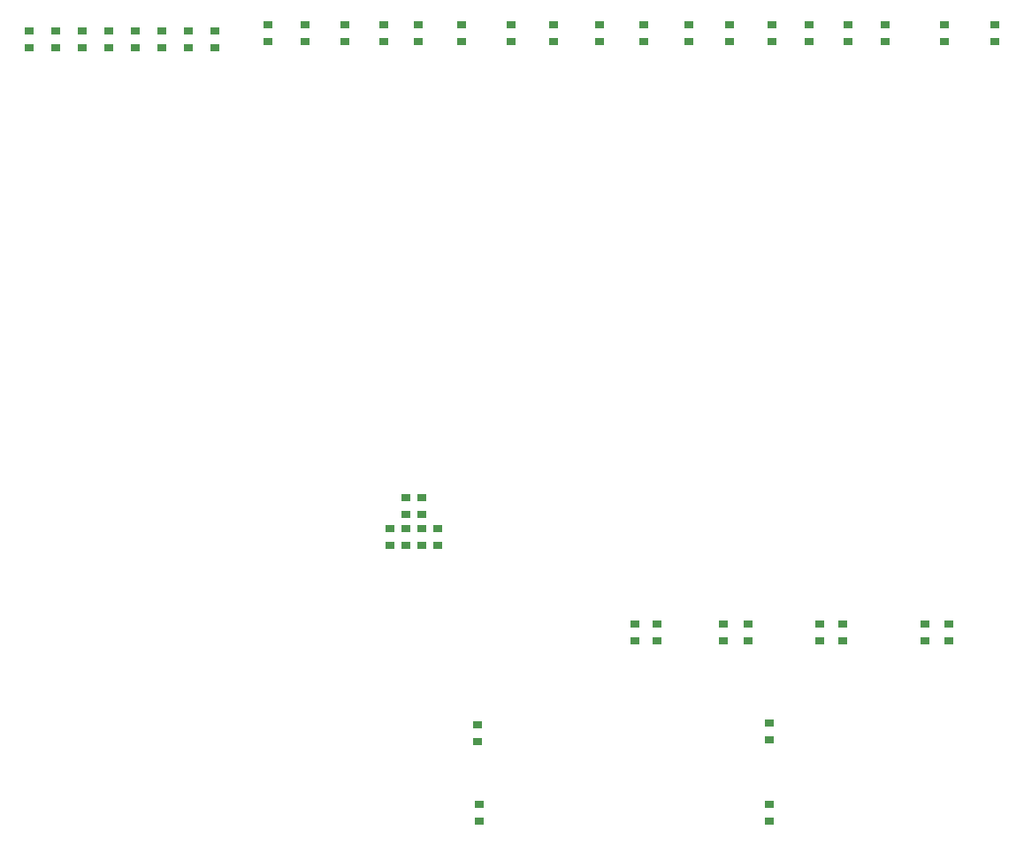
<source format=gbp>
G04*
G04 #@! TF.GenerationSoftware,Altium Limited,Altium Designer,22.3.1 (43)*
G04*
G04 Layer_Color=128*
%FSLAX25Y25*%
%MOIN*%
G70*
G04*
G04 #@! TF.SameCoordinates,6E346DA1-06B3-48DF-BE1B-420114EF1470*
G04*
G04*
G04 #@! TF.FilePolarity,Positive*
G04*
G01*
G75*
%ADD18R,0.03740X0.03150*%
D18*
X439000Y336850D02*
D03*
Y343150D02*
D03*
X420000D02*
D03*
Y336850D02*
D03*
X355000D02*
D03*
Y343150D02*
D03*
X369100Y336850D02*
D03*
Y343150D02*
D03*
X397500Y336850D02*
D03*
Y343150D02*
D03*
X383500Y336850D02*
D03*
Y343150D02*
D03*
X323500D02*
D03*
Y336850D02*
D03*
X290000D02*
D03*
Y343150D02*
D03*
X306500D02*
D03*
Y336850D02*
D03*
X272500Y343150D02*
D03*
Y336850D02*
D03*
X256500Y343150D02*
D03*
Y336850D02*
D03*
X339000D02*
D03*
Y343150D02*
D03*
X208500D02*
D03*
Y336850D02*
D03*
X194000D02*
D03*
Y343150D02*
D03*
X179000D02*
D03*
Y336850D02*
D03*
X165000D02*
D03*
Y343150D02*
D03*
X238000Y336850D02*
D03*
Y343150D02*
D03*
X221500Y336850D02*
D03*
Y343150D02*
D03*
X85000Y334350D02*
D03*
Y340650D02*
D03*
X145000Y334350D02*
D03*
Y340650D02*
D03*
X135000Y334350D02*
D03*
Y340650D02*
D03*
X125000Y334350D02*
D03*
Y340650D02*
D03*
X115000Y334350D02*
D03*
Y340650D02*
D03*
X105000Y334350D02*
D03*
Y340650D02*
D03*
X95000Y334350D02*
D03*
Y340650D02*
D03*
X75000Y334350D02*
D03*
Y340650D02*
D03*
X311500Y117050D02*
D03*
Y110750D02*
D03*
X412500Y117150D02*
D03*
Y110850D02*
D03*
X354000Y79650D02*
D03*
Y73350D02*
D03*
X244000Y79150D02*
D03*
Y72850D02*
D03*
X373000Y117150D02*
D03*
Y110850D02*
D03*
X381500Y117150D02*
D03*
Y110850D02*
D03*
X303300Y116950D02*
D03*
Y110650D02*
D03*
X346000Y117150D02*
D03*
Y110850D02*
D03*
X336500Y117150D02*
D03*
Y110850D02*
D03*
X421500Y117150D02*
D03*
Y110850D02*
D03*
X354000Y49150D02*
D03*
Y42850D02*
D03*
X244500Y49150D02*
D03*
Y42850D02*
D03*
X223000Y158450D02*
D03*
Y164750D02*
D03*
X217000Y153150D02*
D03*
Y146850D02*
D03*
Y158450D02*
D03*
Y164750D02*
D03*
X211000Y153150D02*
D03*
Y146850D02*
D03*
X223000D02*
D03*
Y153150D02*
D03*
X229000Y146850D02*
D03*
Y153150D02*
D03*
M02*

</source>
